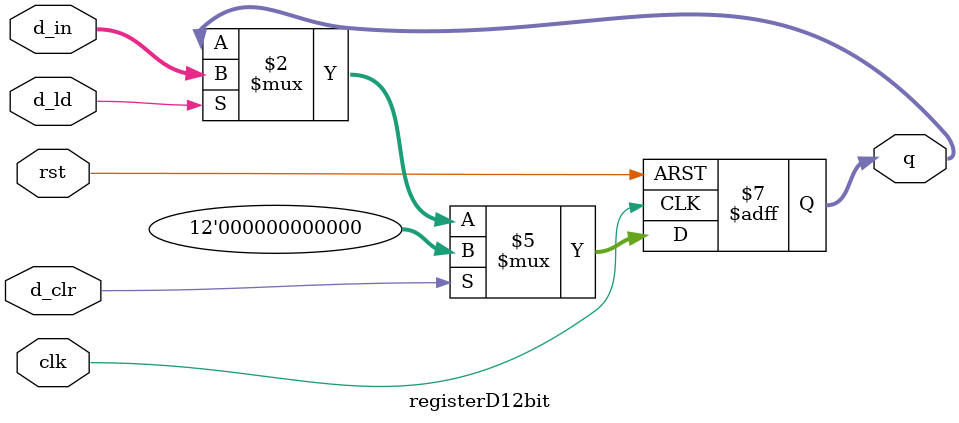
<source format=v>
module registerD12bit(
    input clk, rst, d_ld, d_clr,
    input [11:0] d_in,
    output reg [11:0] q);

    always@(posedge clk or posedge rst) begin 
        if (rst) q<= 12'b0;

        else if (d_clr) q<= 12'b0;
        
        else if (d_ld) q<= d_in;
            
    end
endmodule
</source>
